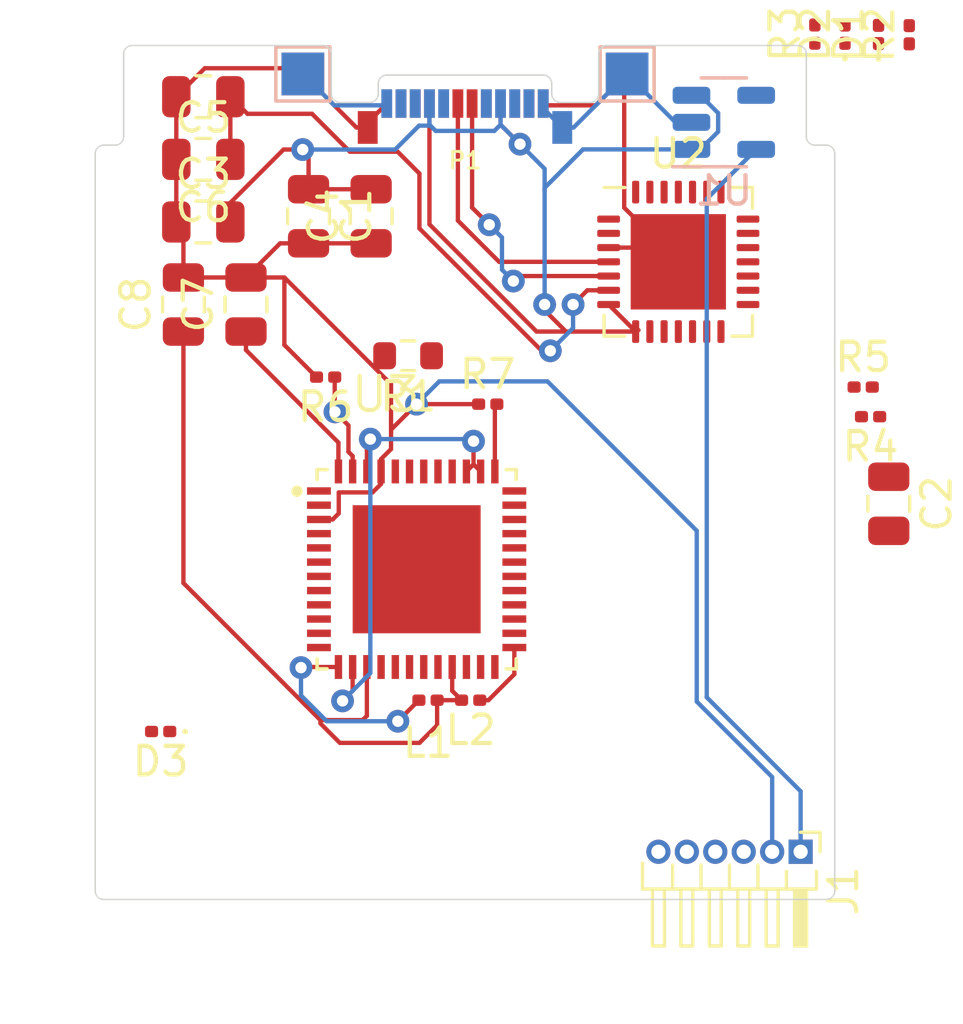
<source format=kicad_pcb>
(kicad_pcb (version 20211014) (generator pcbnew)
  (title_block (title "Expansion Card Template") (rev "X1") (company "Framework") (comment 1 "This work is licensed under a Creative Commons Attribution 4.0 International License") (comment 4 "https://frame.work"))
  (layers (0 "F.Cu" signal) (31 "B.Cu" signal) (34 "B.Paste" user) (35 "F.Paste" user) (36 "B.SilkS" user "B.Silkscreen") (37 "F.SilkS" user "F.Silkscreen") (38 "B.Mask" user) (39 "F.Mask" user) (44 "Edge.Cuts" user))
  (net 0 "")
  (net 1 "GND")
  (net 2 "+3V3")
  (net 3 "VBUS")
  (net 4 "Net-(P1-PadA5)")
  (net 11 "Net-(C5-Pad1)")
  (net 12 "Net-(R4-Pad2)")
  (net 13 "/D-")
  (net 14 "/D+")
  (net 15 "/~{DCD}")
  (net 16 "/~{RI}")
  (net 17 "/SUSPEND")
  (net 18 "/GPIO3")
  (net 19 "/GPIO2")
  (net 20 "/GPIO1")
  (net 21 "/GPIO0")
  (net 22 "/GPIO6")
  (net 23 "/GPIO5")
  (net 24 "/GPIO4")
  (net 25 "/~{CTS}")
  (net 26 "/~{RTS}")
  (net 27 "/RXD")
  (net 28 "/TXD")
  (net 29 "/~{DSR}")
  (net 30 "/~{DTR}")
  (net 31 "Net-(D1-Pad2)")
  (net 32 "Net-(D2-Pad2)")
  (net 33 "/~{SUSPEND}")
  (net 34 "Net-(D3-Pad2)")
  (net 35 "Net-(C7-Pad1)")
  (net 36 "Net-(U3-Pad21)")
  (net 37 "Net-(U3-Pad13)")
  (net 38 "Net-(U3-Pad25)")
  (net 39 "Net-(R6-Pad1)")
  (net 40 "Net-(U3-Pad37)")
  (net 41 "+3.3V")
  (footprint "Expansion_Card:USB_C_Plug_Molex_105444" (layer "F.Cu") (at 159.327793 83.262363)
    (fp_text reference "P1" (at 0 2.04) (layer "F.SilkS") (effects (font (size 0.5842 0.5842) (thickness 0.1016))))
    (fp_text value "USB_C_Plug_USB2.0")
    (fp_line (start 3.05 -0.66) (end 3.05 -0.3) (layer "Edge.Cuts") (width 0.05))
    (fp_line (start -3.05 -0.66) (end -3.05 -0.3) (layer "Edge.Cuts") (width 0.05))
    (fp_line (start -3.35 0) (end -4.3 0) (layer "Edge.Cuts") (width 0.05))
    (fp_line (start 3.35 0) (end 4.3 0) (layer "Edge.Cuts") (width 0.05))
    (fp_line (start -2.75 -0.96) (end 2.75 -0.96) (layer "Edge.Cuts") (width 0.05))
    (fp_arc (start 3.35 0) (mid 3.137868 -0.087868) (end 3.05 -0.3) (layer "Edge.Cuts") (width 0.05))
    (fp_arc (start -3.05 -0.3) (mid -3.137868 -0.087868) (end -3.35 0) (layer "Edge.Cuts") (width 0.05))
    (fp_arc (start -3.05 -0.66) (mid -2.962132 -0.872132) (end -2.75 -0.96) (layer "Edge.Cuts") (width 0.05))
    (fp_arc (start 2.75 -0.96) (mid 2.962132 -0.872132) (end 3.05 -0.66) (layer "Edge.Cuts") (width 0.05))
    (pad "A1" smd rect locked (at -2.75 0.04) (size 0.38 1) (layers "F.Cu" "F.Paste" "F.Mask") (net 1 "GND"))
    (pad "A2" smd rect locked (at -2.25 0.04) (size 0.38 1) (layers "F.Cu" "F.Paste" "F.Mask"))
    (pad "A3" smd rect locked (at -1.75 0.04) (size 0.38 1) (layers "F.Cu" "F.Paste" "F.Mask"))
    (pad "A4" smd rect locked (at -1.25 0.04) (size 0.38 1) (layers "F.Cu" "F.Paste" "F.Mask") (net 3 "VBUS"))
    (pad "A5" smd rect locked (at -0.75 0.04) (size 0.38 1) (layers "F.Cu" "F.Paste" "F.Mask") (net 4 "Net-(P1-PadA5)"))
    (pad "A6" smd rect locked (at -0.25 0.04) (size 0.38 1) (layers "F.Cu" "F.Paste" "F.Mask") (net 14 "/D+"))
    (pad "A7" smd rect locked (at 0.25 0.04) (size 0.38 1) (layers "F.Cu" "F.Paste" "F.Mask") (net 13 "/D-"))
    (pad "A8" smd rect locked (at 0.75 0.04) (size 0.38 1) (layers "F.Cu" "F.Paste" "F.Mask"))
    (pad "A9" smd rect locked (at 1.25 0.04) (size 0.38 1) (layers "F.Cu" "F.Paste" "F.Mask") (net 3 "VBUS"))
    (pad "A10" smd rect locked (at 1.75 0.04) (size 0.38 1) (layers "F.Cu" "F.Paste" "F.Mask"))
    (pad "A11" smd rect locked (at 2.25 0.04) (size 0.38 1) (layers "F.Cu" "F.Paste" "F.Mask"))
    (pad "A12" smd rect locked (at 2.75 0.04) (size 0.38 1) (layers "F.Cu" "F.Paste" "F.Mask") (net 1 "GND"))
    (pad "B1" smd rect locked (at 2.75 0.04) (size 0.38 1) (layers "B.Cu" "B.Paste" "B.Mask") (net 1 "GND"))
    (pad "B2" smd rect locked (at 2.25 0.04) (size 0.38 1) (layers "B.Cu" "B.Paste" "B.Mask"))
    (pad "B3" smd rect locked (at 1.75 0.04) (size 0.38 1) (layers "B.Cu" "B.Paste" "B.Mask"))
    (pad "B4" smd rect locked (at 1.25 0.04) (size 0.38 1) (layers "B.Cu" "B.Paste" "B.Mask") (net 3 "VBUS"))
    (pad "B5" smd rect locked (at 0.75 0.04) (size 0.38 1) (layers "B.Cu" "B.Paste" "B.Mask"))
    (pad "B8" smd rect locked (at -0.75 0.04) (size 0.38 1) (layers "B.Cu" "B.Paste" "B.Mask"))
    (pad "B9" smd rect locked (at -1.25 0.04) (size 0.38 1) (layers "B.Cu" "B.Paste" "B.Mask") (net 3 "VBUS"))
    (pad "B10" smd rect locked (at -1.75 0.04) (size 0.38 1) (layers "B.Cu" "B.Paste" "B.Mask"))
    (pad "B11" smd rect locked (at -2.25 0.04) (size 0.38 1) (layers "B.Cu" "B.Paste" "B.Mask"))
    (pad "B12" smd rect locked (at -2.75 0.04) (size 0.38 1) (layers "B.Cu" "B.Paste" "B.Mask") (net 1 "GND"))
    (pad "S1" smd rect locked (at 3.42 0.88) (size 0.7 1.15) (layers "B.Cu" "B.Paste" "B.Mask") (net 1 "GND"))
    (pad "S1" smd rect locked (at -3.42 0.88) (size 0.7 1.15) (layers "F.Cu" "F.Paste" "F.Mask") (net 1 "GND"))
  )
  (footprint "MountingHole:MountingHole_2.2mm_M2" (layer "F.Cu") (at 148.027793 100.762363)
    (fp_text reference "H1" hide)
    (fp_text value "MountingHole")
    (pad "" np_thru_hole circle locked (at 0 0) (size 2.2 2.2) (drill 2.2) (layers *.Cu *.Mask))
  )
  (footprint "MountingHole:MountingHole_2.2mm_M2" (layer "F.Cu") (at 170.627793 100.762363)
    (fp_text reference "H2" hide)
    (fp_text value "MountingHole")
    (pad "" np_thru_hole circle locked (at 0 0) (size 2.2 2.2) (drill 2.2) (layers *.Cu *.Mask))
  )
  (footprint "TestPoint:TestPoint_Pad_1.5x1.5mm" (layer "F.Cu") (at 153.627793 82.262363)
    (fp_text reference "TP1" hide)
    (fp_text value "TestPoint")
    (pad "1" smd rect locked (at 0 0) (size 1.5 1.5) (layers "F.Cu" "F.Mask") (net 1 "GND"))
  )
  (footprint "TestPoint:TestPoint_Pad_1.5x1.5mm" (layer "F.Cu") (at 165.027793 82.262363)
    (fp_text reference "TP3" hide)
    (fp_text value "TestPoint")
    (pad "1" smd rect locked (at 0 0) (size 1.5 1.5) (layers "F.Cu" "F.Mask") (net 1 "GND"))
  )
  (footprint "Capacitor_SMD:C_0805_2012Metric" (layer "F.Cu") (at 149.427793 90.362363 90)
    (fp_text reference "C8" (at 0 -1.68 90) (layer "F.SilkS"))
    (fp_text value "C")
    (pad "1" smd roundrect (at -0.95 0 90) (size 1 1.45) (layers "F.Cu" "F.Paste" "F.Mask") (net 36 "Net-(U3-Pad21)"))
    (pad "2" smd roundrect (at 0.95 0 90) (size 1 1.45) (layers "F.Cu" "F.Paste" "F.Mask") (net 1 "GND"))
  )
  (footprint "Diode_SMD:D_0201_0603Metric" (layer "F.Cu") (at 172.687793 80.864863 90)
    (fp_text reference "D2" (at 0 -1.05 90) (layer "F.SilkS"))
    (fp_text value "D")
    (pad "1" smd roundrect (at -0.32 0 90) (size 0.46 0.4) (layers "F.Cu" "F.Mask") (net 28 "/TXD"))
    (pad "2" smd roundrect (at 0.32 0 90) (size 0.46 0.4) (layers "F.Cu" "F.Mask") (net 32 "Net-(D2-Pad2)"))
  )
  (footprint "Resistor_SMD:R_0603_1608Metric" (layer "F.Cu") (at 157.327793 92.162363 180)
    (fp_text reference "R1" (at 0 -1.43) (layer "F.SilkS"))
    (fp_text value "5.1k")
    (pad "1" smd roundrect (at -0.825 0 180) (size 0.8 0.95) (layers "F.Cu" "F.Paste" "F.Mask") (net 4 "Net-(P1-PadA5)"))
    (pad "2" smd roundrect (at 0.825 0 180) (size 0.8 0.95) (layers "F.Cu" "F.Paste" "F.Mask") (net 1 "GND"))
  )
  (footprint "Capacitor_SMD:C_0805_2012Metric" (layer "F.Cu") (at 150.127793 83.062363 180)
    (fp_text reference "C5" (at 0 -0.735) (layer "F.SilkS"))
    (fp_text value "0.1uF")
    (pad "1" smd roundrect (at -0.95 0 180) (size 1 1.45) (layers "F.Cu" "F.Paste" "F.Mask") (net 11 "Net-(C5-Pad1)"))
    (pad "2" smd roundrect (at 0.95 0 180) (size 1 1.45) (layers "F.Cu" "F.Paste" "F.Mask") (net 1 "GND"))
  )
  (footprint "Package_DFN_QFN:QFN-28-1EP_5x5mm_P0.5mm_EP3.35x3.35mm" (layer "F.Cu") (at 166.827793 88.862363)
    (fp_text reference "U2" (at 0 -3.8) (layer "F.SilkS"))
    (fp_text value "CP2102N-Axx-xQFN28")
    (pad "1" smd roundrect (at -2.45 -1.5) (size 0.8 0.25) (layers "F.Cu" "F.Paste" "F.Mask") (net 15 "/~{DCD}"))
    (pad "2" smd roundrect (at -2.45 -1) (size 0.8 0.25) (layers "F.Cu" "F.Paste" "F.Mask") (net 16 "/~{RI}"))
    (pad "3" smd roundrect (at -2.45 -0.5) (size 0.8 0.25) (layers "F.Cu" "F.Paste" "F.Mask") (net 1 "GND"))
    (pad "4" smd roundrect (at -2.45 0) (size 0.8 0.25) (layers "F.Cu" "F.Paste" "F.Mask") (net 14 "/D+"))
    (pad "5" smd roundrect (at -2.45 0.5) (size 0.8 0.25) (layers "F.Cu" "F.Paste" "F.Mask") (net 13 "/D-"))
    (pad "6" smd roundrect (at -2.45 1) (size 0.8 0.25) (layers "F.Cu" "F.Paste" "F.Mask") (net 11 "Net-(C5-Pad1)"))
    (pad "7" smd roundrect (at -2.45 1.5) (size 0.8 0.25) (layers "F.Cu" "F.Paste" "F.Mask") (net 3 "VBUS"))
    (pad "8" smd roundrect (at -1.5 2.45) (size 0.25 0.8) (layers "F.Cu" "F.Paste" "F.Mask") (net 3 "VBUS"))
    (pad "9" smd roundrect (at -1 2.45) (size 0.25 0.8) (layers "F.Cu" "F.Paste" "F.Mask") (net 12 "Net-(R4-Pad2)"))
    (pad "10" smd roundrect (at -0.5 2.45) (size 0.25 0.8) (layers "F.Cu" "F.Paste" "F.Mask"))
    (pad "11" smd roundrect (at 0 2.45) (size 0.25 0.8) (layers "F.Cu" "F.Paste" "F.Mask") (net 33 "/~{SUSPEND}"))
    (pad "12" smd roundrect (at 0.5 2.45) (size 0.25 0.8) (layers "F.Cu" "F.Paste" "F.Mask") (net 17 "/SUSPEND"))
    (pad "13" smd roundrect (at 1 2.45) (size 0.25 0.8) (layers "F.Cu" "F.Paste" "F.Mask"))
    (pad "14" smd roundrect (at 1.5 2.45) (size 0.25 0.8) (layers "F.Cu" "F.Paste" "F.Mask"))
    (pad "15" smd roundrect (at 2.45 1.5) (size 0.8 0.25) (layers "F.Cu" "F.Paste" "F.Mask"))
    (pad "16" smd roundrect (at 2.45 1) (size 0.8 0.25) (layers "F.Cu" "F.Paste" "F.Mask") (net 18 "/GPIO3"))
    (pad "17" smd roundrect (at 2.45 0.5) (size 0.8 0.25) (layers "F.Cu" "F.Paste" "F.Mask") (net 19 "/GPIO2"))
    (pad "18" smd roundrect (at 2.45 0) (size 0.8 0.25) (layers "F.Cu" "F.Paste" "F.Mask") (net 20 "/GPIO1"))
    (pad "19" smd roundrect (at 2.45 -0.5) (size 0.8 0.25) (layers "F.Cu" "F.Paste" "F.Mask") (net 21 "/GPIO0"))
    (pad "20" smd roundrect (at 2.45 -1) (size 0.8 0.25) (layers "F.Cu" "F.Paste" "F.Mask") (net 22 "/GPIO6"))
    (pad "21" smd roundrect (at 2.45 -1.5) (size 0.8 0.25) (layers "F.Cu" "F.Paste" "F.Mask") (net 23 "/GPIO5"))
    (pad "22" smd roundrect (at 1.5 -2.45) (size 0.25 0.8) (layers "F.Cu" "F.Paste" "F.Mask") (net 24 "/GPIO4"))
    (pad "23" smd roundrect (at 1 -2.45) (size 0.25 0.8) (layers "F.Cu" "F.Paste" "F.Mask") (net 25 "/~{CTS}"))
    (pad "24" smd roundrect (at 0.5 -2.45) (size 0.25 0.8) (layers "F.Cu" "F.Paste" "F.Mask") (net 26 "/~{RTS}"))
    (pad "25" smd roundrect (at 0 -2.45) (size 0.25 0.8) (layers "F.Cu" "F.Paste" "F.Mask") (net 27 "/RXD"))
    (pad "26" smd roundrect (at -0.5 -2.45) (size 0.25 0.8) (layers "F.Cu" "F.Paste" "F.Mask") (net 28 "/TXD"))
    (pad "27" smd roundrect (at -1 -2.45) (size 0.25 0.8) (layers "F.Cu" "F.Paste" "F.Mask") (net 29 "/~{DSR}"))
    (pad "28" smd roundrect (at -1.5 -2.45) (size 0.25 0.8) (layers "F.Cu" "F.Paste" "F.Mask") (net 30 "/~{DTR}"))
    (pad "29" smd rect (at 0 0) (size 3.35 3.35) (layers "F.Cu" "F.Mask") (net 1 "GND"))
  )
  (footprint "Resistor_SMD:R_0201_0603Metric" (layer "F.Cu") (at 173.587793 94.302363 180)
    (fp_text reference "R4" (at 0 -1.05) (layer "F.SilkS"))
    (fp_text value "10K")
    (pad "1" smd roundrect (at -0.32 0 180) (size 0.46 0.4) (layers "F.Cu" "F.Mask") (net 2 "+3V3"))
    (pad "2" smd roundrect (at 0.32 0 180) (size 0.46 0.4) (layers "F.Cu" "F.Mask") (net 12 "Net-(R4-Pad2)"))
  )
  (footprint "Inductor_SMD:L_0201_0603Metric" (layer "F.Cu") (at 159.527793 104.262363 180)
    (fp_text reference "L2" (at 0 -1.05) (layer "F.SilkS"))
    (fp_text value "L")
    (pad "1" smd roundrect (at -0.32 0 180) (size 0.46 0.4) (layers "F.Cu" "F.Mask") (net 38 "Net-(U3-Pad25)"))
    (pad "2" smd roundrect (at 0.32 0 180) (size 0.46 0.4) (layers "F.Cu" "F.Mask") (net 36 "Net-(U3-Pad21)"))
  )
  (footprint "Downloads:QFN50P700X700X90-49N" (layer "F.Cu") (at 157.627793 99.662363)
    (fp_text reference "U3" (at -1.088035 -6.140605) (layer "F.SilkS") (effects (font (size 1.201173 1.201173))))
    (fp_text value "LAN7800-I/VSX_")
    (pad "1" smd roundrect locked (at -3.435 -2.75) (size 0.84 0.26) (layers "F.Cu" "F.Paste" "F.Mask") (roundrect_rratio 0.03))
    (pad "2" smd roundrect locked (at -3.435 -2.25) (size 0.84 0.26) (layers "F.Cu" "F.Paste" "F.Mask") (roundrect_rratio 0.03))
    (pad "3" smd roundrect locked (at -3.435 -1.75) (size 0.84 0.26) (layers "F.Cu" "F.Paste" "F.Mask") (roundrect_rratio 0.03) (net 1 "GND"))
    (pad "4" smd roundrect locked (at -3.435 -1.25) (size 0.84 0.26) (layers "F.Cu" "F.Paste" "F.Mask") (roundrect_rratio 0.03))
    (pad "5" smd roundrect locked (at -3.435 -0.75) (size 0.84 0.26) (layers "F.Cu" "F.Paste" "F.Mask") (roundrect_rratio 0.03))
    (pad "6" smd roundrect locked (at -3.435 -0.25) (size 0.84 0.26) (layers "F.Cu" "F.Paste" "F.Mask") (roundrect_rratio 0.03))
    (pad "7" smd roundrect locked (at -3.435 0.25) (size 0.84 0.26) (layers "F.Cu" "F.Paste" "F.Mask") (roundrect_rratio 0.03))
    (pad "8" smd roundrect locked (at -3.435 0.75) (size 0.84 0.26) (layers "F.Cu" "F.Paste" "F.Mask") (roundrect_rratio 0.03))
    (pad "9" smd roundrect locked (at -3.435 1.25) (size 0.84 0.26) (layers "F.Cu" "F.Paste" "F.Mask") (roundrect_rratio 0.03))
    (pad "10" smd roundrect locked (at -3.435 1.75) (size 0.84 0.26) (layers "F.Cu" "F.Paste" "F.Mask") (roundrect_rratio 0.03))
    (pad "11" smd roundrect locked (at -3.435 2.25) (size 0.84 0.26) (layers "F.Cu" "F.Paste" "F.Mask") (roundrect_rratio 0.03))
    (pad "12" smd roundrect locked (at -3.435 2.75) (size 0.84 0.26) (layers "F.Cu" "F.Paste" "F.Mask") (roundrect_rratio 0.03))
    (pad "13" smd roundrect locked (at -2.75 3.435 90) (size 0.84 0.26) (layers "F.Cu" "F.Paste" "F.Mask") (roundrect_rratio 0.03) (net 37 "Net-(U3-Pad13)"))
    (pad "14" smd roundrect locked (at -2.25 3.435 90) (size 0.84 0.26) (layers "F.Cu" "F.Paste" "F.Mask") (roundrect_rratio 0.03) (net 41 "+3.3V"))
    (pad "15" smd roundrect locked (at -1.75 3.435 90) (size 0.84 0.26) (layers "F.Cu" "F.Paste" "F.Mask") (roundrect_rratio 0.03) (net 36 "Net-(U3-Pad21)"))
    (pad "16" smd roundrect locked (at -1.25 3.435 90) (size 0.84 0.26) (layers "F.Cu" "F.Paste" "F.Mask") (roundrect_rratio 0.03))
    (pad "17" smd roundrect locked (at -0.75 3.435 90) (size 0.84 0.26) (layers "F.Cu" "F.Paste" "F.Mask") (roundrect_rratio 0.03))
    (pad "18" smd roundrect locked (at -0.25 3.435 90) (size 0.84 0.26) (layers "F.Cu" "F.Paste" "F.Mask") (roundrect_rratio 0.03))
    (pad "19" smd roundrect locked (at 0.25 3.435 90) (size 0.84 0.26) (layers "F.Cu" "F.Paste" "F.Mask") (roundrect_rratio 0.03))
    (pad "20" smd roundrect locked (at 0.75 3.435 90) (size 0.84 0.26) (layers "F.Cu" "F.Paste" "F.Mask") (roundrect_rratio 0.03))
    (pad "21" smd roundrect locked (at 1.25 3.435 90) (size 0.84 0.26) (layers "F.Cu" "F.Paste" "F.Mask") (roundrect_rratio 0.03) (net 36 "Net-(U3-Pad21)"))
    (pad "22" smd roundrect locked (at 1.75 3.435 90) (size 0.84 0.26) (layers "F.Cu" "F.Paste" "F.Mask") (roundrect_rratio 0.03))
    (pad "23" smd roundrect locked (at 2.25 3.435 90) (size 0.84 0.26) (layers "F.Cu" "F.Paste" "F.Mask") (roundrect_rratio 0.03))
    (pad "24" smd roundrect locked (at 2.75 3.435 90) (size 0.84 0.26) (layers "F.Cu" "F.Paste" "F.Mask") (roundrect_rratio 0.03))
    (pad "25" smd roundrect locked (at 3.435 2.75) (size 0.84 0.26) (layers "F.Cu" "F.Paste" "F.Mask") (roundrect_rratio 0.03) (net 38 "Net-(U3-Pad25)"))
    (pad "26" smd roundrect locked (at 3.435 2.25) (size 0.84 0.26) (layers "F.Cu" "F.Paste" "F.Mask") (roundrect_rratio 0.03))
    (pad "27" smd roundrect locked (at 3.435 1.75) (size 0.84 0.26) (layers "F.Cu" "F.Paste" "F.Mask") (roundrect_rratio 0.03))
    (pad "28" smd roundrect locked (at 3.435 1.25) (size 0.84 0.26) (layers "F.Cu" "F.Paste" "F.Mask") (roundrect_rratio 0.03))
    (pad "29" smd roundrect locked (at 3.435 0.75) (size 0.84 0.26) (layers "F.Cu" "F.Paste" "F.Mask") (roundrect_rratio 0.03))
    (pad "30" smd roundrect locked (at 3.435 0.25) (size 0.84 0.26) (layers "F.Cu" "F.Paste" "F.Mask") (roundrect_rratio 0.03))
    (pad "31" smd roundrect locked (at 3.435 -0.25) (size 0.84 0.26) (layers "F.Cu" "F.Paste" "F.Mask") (roundrect_rratio 0.03))
    (pad "32" smd roundrect locked (at 3.435 -0.75) (size 0.84 0.26) (layers "F.Cu" "F.Paste" "F.Mask") (roundrect_rratio 0.03))
    (pad "33" smd roundrect locked (at 3.435 -1.25) (size 0.84 0.26) (layers "F.Cu" "F.Paste" "F.Mask") (roundrect_rratio 0.03))
    (pad "34" smd roundrect locked (at 3.435 -1.75) (size 0.84 0.26) (layers "F.Cu" "F.Paste" "F.Mask") (roundrect_rratio 0.03))
    (pad "35" smd roundrect locked (at 3.435 -2.25) (size 0.84 0.26) (layers "F.Cu" "F.Paste" "F.Mask") (roundrect_rratio 0.03))
    (pad "36" smd roundrect locked (at 3.435 -2.75) (size 0.84 0.26) (layers "F.Cu" "F.Paste" "F.Mask") (roundrect_rratio 0.03))
    (pad "37" smd roundrect locked (at 2.75 -3.435 90) (size 0.84 0.26) (layers "F.Cu" "F.Paste" "F.Mask") (roundrect_rratio 0.03) (net 40 "Net-(U3-Pad37)"))
    (pad "38" smd roundrect locked (at 2.25 -3.435 90) (size 0.84 0.26) (layers "F.Cu" "F.Paste" "F.Mask") (roundrect_rratio 0.03) (net 41 "+3.3V"))
    (pad "39" smd roundrect locked (at 1.75 -3.435 90) (size 0.84 0.26) (layers "F.Cu" "F.Paste" "F.Mask") (roundrect_rratio 0.03) (net 41 "+3.3V"))
    (pad "40" smd roundrect locked (at 1.25 -3.435 90) (size 0.84 0.26) (layers "F.Cu" "F.Paste" "F.Mask") (roundrect_rratio 0.03))
    (pad "41" smd roundrect locked (at 0.75 -3.435 90) (size 0.84 0.26) (layers "F.Cu" "F.Paste" "F.Mask") (roundrect_rratio 0.03))
    (pad "42" smd roundrect locked (at 0.25 -3.435 90) (size 0.84 0.26) (layers "F.Cu" "F.Paste" "F.Mask") (roundrect_rratio 0.03))
    (pad "43" smd roundrect locked (at -0.25 -3.435 90) (size 0.84 0.26) (layers "F.Cu" "F.Paste" "F.Mask") (roundrect_rratio 0.03))
    (pad "44" smd roundrect locked (at -0.75 -3.435 90) (size 0.84 0.26) (layers "F.Cu" "F.Paste" "F.Mask") (roundrect_rratio 0.03))
    (pad "45" smd roundrect locked (at -1.25 -3.435 90) (size 0.84 0.26) (layers "F.Cu" "F.Paste" "F.Mask") (roundrect_rratio 0.03) (net 1 "GND"))
    (pad "46" smd roundrect locked (at -1.75 -3.435 90) (size 0.84 0.26) (layers "F.Cu" "F.Paste" "F.Mask") (roundrect_rratio 0.03) (net 41 "+3.3V"))
    (pad "47" smd roundrect locked (at -2.25 -3.435 90) (size 0.84 0.26) (layers "F.Cu" "F.Paste" "F.Mask") (roundrect_rratio 0.03) (net 39 "Net-(R6-Pad1)"))
    (pad "48" smd roundrect locked (at -2.75 -3.435 90) (size 0.84 0.26) (layers "F.Cu" "F.Paste" "F.Mask") (roundrect_rratio 0.03) (net 35 "Net-(C7-Pad1)"))
    (pad "49" smd rect locked (at 0 0) (size 4.5 4.5) (layers "F.Cu" "F.Mask"))
  )
  (footprint "Resistor_SMD:R_0201_0603Metric" (layer "F.Cu") (at 160.127793 93.862363)
    (fp_text reference "R7" (at 0 -1.05) (layer "F.SilkS"))
    (fp_text value "12K")
    (pad "1" smd roundrect (at -0.32 0) (size 0.46 0.4) (layers "F.Cu" "F.Mask") (net 1 "GND"))
    (pad "2" smd roundrect (at 0.32 0) (size 0.46 0.4) (layers "F.Cu" "F.Mask") (net 40 "Net-(U3-Pad37)"))
  )
  (footprint "Inductor_SMD:L_0201_0603Metric" (layer "F.Cu") (at 158.027793 104.262363 180)
    (fp_text reference "L1" (at 0 -1.5) (layer "F.SilkS"))
    (fp_text value "H")
    (pad "1" smd roundrect (at -0.32 0 180) (size 0.46 0.4) (layers "F.Cu" "F.Mask") (net 36 "Net-(U3-Pad21)"))
    (pad "2" smd roundrect (at 0.32 0 180) (size 0.46 0.4) (layers "F.Cu" "F.Mask") (net 37 "Net-(U3-Pad13)"))
  )
  (footprint "Resistor_SMD:R_0201_0603Metric" (layer "F.Cu") (at 173.327793 93.262363)
    (fp_text reference "R5" (at 0 -1.05) (layer "F.SilkS"))
    (fp_text value "10K")
    (pad "1" smd roundrect (at -0.32 0) (size 0.46 0.4) (layers "F.Cu" "F.Mask") (net 33 "/~{SUSPEND}"))
    (pad "2" smd roundrect (at 0.32 0) (size 0.46 0.4) (layers "F.Cu" "F.Mask") (net 34 "Net-(D3-Pad2)"))
  )
  (footprint "Capacitor_SMD:C_0805_2012Metric" (layer "F.Cu") (at 150.127793 85.262363 180)
    (fp_text reference "C6" (at 0 -1.68) (layer "F.SilkS"))
    (fp_text value "4.7uF")
    (pad "1" smd roundrect (at -0.95 0 180) (size 1 1.45) (layers "F.Cu" "F.Paste" "F.Mask") (net 11 "Net-(C5-Pad1)"))
    (pad "2" smd roundrect (at 0.95 0 180) (size 1 1.45) (layers "F.Cu" "F.Paste" "F.Mask") (net 1 "GND"))
  )
  (footprint "Capacitor_SMD:C_0805_2012Metric" (layer "F.Cu") (at 153.827793 87.262363 -90)
    (fp_text reference "C1" (at 0 -1.68 90) (layer "F.SilkS"))
    (fp_text value "10uF")
    (pad "1" smd roundrect (at -0.95 0 270) (size 1 1.45) (layers "F.Cu" "F.Paste" "F.Mask") (net 3 "VBUS"))
    (pad "2" smd roundrect (at 0.95 0 270) (size 1 1.45) (layers "F.Cu" "F.Paste" "F.Mask") (net 1 "GND"))
  )
  (footprint "Resistor_SMD:R_0201_0603Metric" (layer "F.Cu") (at 154.427793 92.912363 180)
    (fp_text reference "R6" (at 0 -1.05) (layer "F.SilkS"))
    (fp_text value "2K")
    (pad "1" smd roundrect (at -0.32 0 180) (size 0.46 0.4) (layers "F.Cu" "F.Mask") (net 39 "Net-(R6-Pad1)"))
    (pad "2" smd roundrect (at 0.32 0 180) (size 0.46 0.4) (layers "F.Cu" "F.Mask") (net 1 "GND"))
  )
  (footprint "Diode_SMD:D_0201_0603Metric" (layer "F.Cu") (at 173.867793 80.874863 90)
    (fp_text reference "D1" (at 0 -1.05 90) (layer "F.SilkS"))
    (fp_text value "D")
    (pad "1" smd roundrect (at -0.32 0 90) (size 0.46 0.4) (layers "F.Cu" "F.Mask") (net 27 "/RXD"))
    (pad "2" smd roundrect (at 0.32 0 90) (size 0.46 0.4) (layers "F.Cu" "F.Mask") (net 31 "Net-(D1-Pad2)"))
  )
  (footprint "Capacitor_SMD:C_0805_2012Metric" (layer "F.Cu") (at 151.627793 90.362363 90)
    (fp_text reference "C7" (at 0 -1.68 90) (layer "F.SilkS"))
    (fp_text value "1uF")
    (pad "1" smd roundrect (at -0.95 0 90) (size 1 1.45) (layers "F.Cu" "F.Paste" "F.Mask") (net 35 "Net-(C7-Pad1)"))
    (pad "2" smd roundrect (at 0.95 0 90) (size 1 1.45) (layers "F.Cu" "F.Paste" "F.Mask") (net 1 "GND"))
  )
  (footprint "Connector_PinHeader_1.00mm:PinHeader_1x06_P1.00mm_Horizontal" (layer "F.Cu") (at 171.127793 109.587363 -90)
    (fp_text reference "J1" (at 1.375 -1.5 90) (layer "F.SilkS"))
    (fp_text value "Conn_01x06")
    (pad "1" thru_hole rect (at 0 0 270) (size 0.85 0.85) (drill 0.5) (layers *.Cu *.Mask) (net 2 "+3V3"))
    (pad "2" thru_hole oval (at 0 1 270) (size 0.85 0.85) (drill 0.5) (layers *.Cu *.Mask) (net 1 "GND"))
    (pad "3" thru_hole oval (at 0 2 270) (size 0.85 0.85) (drill 0.5) (layers *.Cu *.Mask) (net 28 "/TXD"))
    (pad "4" thru_hole oval (at 0 3 270) (size 0.85 0.85) (drill 0.5) (layers *.Cu *.Mask) (net 27 "/RXD"))
    (pad "5" thru_hole oval (at 0 4 270) (size 0.85 0.85) (drill 0.5) (layers *.Cu *.Mask) (net 25 "/~{CTS}"))
    (pad "6" thru_hole oval (at 0 5 270) (size 0.85 0.85) (drill 0.5) (layers *.Cu *.Mask) (net 26 "/~{RTS}"))
  )
  (footprint "Resistor_SMD:R_0201_0603Metric" (layer "F.Cu") (at 174.947793 80.884863 90)
    (fp_text reference "R2" (at 0 -1.05 90) (layer "F.SilkS"))
    (fp_text value "1K")
    (pad "1" smd roundrect (at -0.32 0 90) (size 0.46 0.4) (layers "F.Cu" "F.Mask") (net 1 "GND"))
    (pad "2" smd roundrect (at 0.32 0 90) (size 0.46 0.4) (layers "F.Cu" "F.Mask") (net 31 "Net-(D1-Pad2)"))
  )
  (footprint "Resistor_SMD:R_0201_0603Metric" (layer "F.Cu") (at 171.627793 80.862363 90)
    (fp_text reference "R3" (at 0 -1.05 90) (layer "F.SilkS"))
    (fp_text value "1K")
    (pad "1" smd roundrect (at -0.32 0 90) (size 0.46 0.4) (layers "F.Cu" "F.Mask") (net 1 "GND"))
    (pad "2" smd roundrect (at 0.32 0 90) (size 0.46 0.4) (layers "F.Cu" "F.Mask") (net 32 "Net-(D2-Pad2)"))
  )
  (footprint "LED_SMD:LED_0201_0603Metric" (layer "F.Cu") (at 148.627793 105.362363 180)
    (fp_text reference "D3" (at 0 -1.05) (layer "F.SilkS"))
    (fp_text value "Green")
    (pad "1" smd roundrect (at -0.32 0 180) (size 0.46 0.4) (layers "F.Cu" "F.Mask") (net 1 "GND"))
    (pad "2" smd roundrect (at 0.32 0 180) (size 0.46 0.4) (layers "F.Cu" "F.Mask") (net 34 "Net-(D3-Pad2)"))
  )
  (footprint "Capacitor_SMD:C_0805_2012Metric" (layer "F.Cu") (at 174.227793 97.362363 -90)
    (fp_text reference "C2" (at 0 -1.68 90) (layer "F.SilkS"))
    (fp_text value "10uF")
    (pad "1" smd roundrect (at -0.95 0 270) (size 1 1.45) (layers "F.Cu" "F.Paste" "F.Mask") (net 2 "+3V3"))
    (pad "2" smd roundrect (at 0.95 0 270) (size 1 1.45) (layers "F.Cu" "F.Paste" "F.Mask") (net 1 "GND"))
  )
  (footprint "Capacitor_SMD:C_0805_2012Metric" (layer "F.Cu") (at 156.027793 87.262363 90)
    (fp_text reference "C4" (at 0 -1.68 90) (layer "F.SilkS"))
    (fp_text value "C")
    (pad "1" smd roundrect (at -0.95 0 90) (size 1 1.45) (layers "F.Cu" "F.Paste" "F.Mask") (net 1 "GND"))
    (pad "2" smd roundrect (at 0.95 0 90) (size 1 1.45) (layers "F.Cu" "F.Paste" "F.Mask") (net 3 "VBUS"))
  )
  (footprint "Capacitor_SMD:C_0805_2012Metric" (layer "F.Cu") (at 150.127793 87.462363)
    (fp_text reference "C3" (at 0 -1.68) (layer "F.SilkS"))
    (fp_text value "C")
    (pad "1" smd roundrect (at -0.95 0) (size 1 1.45) (layers "F.Cu" "F.Paste" "F.Mask") (net 1 "GND"))
    (pad "2" smd roundrect (at 0.95 0) (size 1 1.45) (layers "F.Cu" "F.Paste" "F.Mask") (net 3 "VBUS"))
  )
  (footprint "TestPoint:TestPoint_Pad_1.5x1.5mm" (layer "B.Cu") (at 153.627793 82.262363)
    (fp_text reference "TP2" hide)
    (fp_text value "TestPoint")
    (pad "1" smd rect locked (at 0 0) (size 1.5 1.5) (layers "B.Cu" "B.Mask") (net 1 "GND"))
  )
  (footprint "TestPoint:TestPoint_Pad_1.5x1.5mm" (layer "B.Cu") (at 165.027793 82.262363)
    (fp_text reference "TP4" hide)
    (fp_text value "TestPoint")
    (pad "1" smd rect locked (at 0 0) (size 1.5 1.5) (layers "B.Cu" "B.Mask") (net 1 "GND"))
  )
  (footprint "Package_TO_SOT_SMD:SOT-23-5" (layer "B.Cu") (at 168.427793 83.962363)
    (fp_text reference "U1" (at 0 2.4) (layer "B.SilkS") (effects (justify mirror)))
    (fp_text value "AP2112K-3.3")
    (pad "1" smd roundrect (at -1.1375 0.95) (size 1.325 0.6) (layers "B.Cu" "B.Paste" "B.Mask") (net 3 "VBUS"))
    (pad "2" smd roundrect (at -1.1375 0) (size 1.325 0.6) (layers "B.Cu" "B.Paste" "B.Mask") (net 1 "GND"))
    (pad "3" smd roundrect (at -1.1375 -0.95) (size 1.325 0.6) (layers "B.Cu" "B.Paste" "B.Mask") (net 3 "VBUS"))
    (pad "4" smd roundrect (at 1.1375 -0.95) (size 1.325 0.6) (layers "B.Cu" "B.Paste" "B.Mask"))
    (pad "5" smd roundrect (at 1.1375 0.95) (size 1.325 0.6) (layers "B.Cu" "B.Paste" "B.Mask") (net 2 "+3V3"))
  )
  (gr_line locked (start 172.327793 85.062363) (end 172.327793 110.962363) (layer "Edge.Cuts") (width 0.05))
  (gr_line locked (start 146.627793 111.262363) (end 172.027793 111.262363) (layer "Edge.Cuts") (width 0.05))
  (gr_arc locked (start 164.027793 82.962363) (mid 163.939925 83.174495) (end 163.727793 83.262363) (layer "Edge.Cuts") (width 0.05))
  (gr_arc locked (start 154.327793 81.262363) (mid 154.539925 81.350231) (end 154.627793 81.562363) (layer "Edge.Cuts") (width 0.05))
  (gr_line locked (start 164.027793 82.962363) (end 164.027793 81.562363) (layer "Edge.Cuts") (width 0.05))
  (gr_arc locked (start 164.027793 81.562363) (mid 164.115661 81.350231) (end 164.327793 81.262363) (layer "Edge.Cuts") (width 0.05))
  (gr_line locked (start 154.327793 81.262363) (end 147.627793 81.262363) (layer "Edge.Cuts") (width 0.05))
  (gr_line locked (start 164.327793 81.262363) (end 171.027793 81.262363) (layer "Edge.Cuts") (width 0.05))
  (gr_arc locked (start 146.627793 111.262363) (mid 146.415661 111.174495) (end 146.327793 110.962363) (layer "Edge.Cuts") (width 0.05))
  (gr_line locked (start 163.627793 83.262363) (end 163.727793 83.262363) (layer "Edge.Cuts") (width 0.05))
  (gr_arc locked (start 147.327793 81.562363) (mid 147.415661 81.350231) (end 147.627793 81.262363) (layer "Edge.Cuts") (width 0.05))
  (gr_line locked (start 147.327793 84.462363) (end 147.327793 81.562363) (layer "Edge.Cuts") (width 0.05))
  (gr_arc locked (start 147.327793 84.462363) (mid 147.239925 84.674495) (end 147.027793 84.762363) (layer "Edge.Cuts") (width 0.05))
  (gr_arc locked (start 146.327793 85.062363) (mid 146.415661 84.850231) (end 146.627793 84.762363) (layer "Edge.Cuts") (width 0.05))
  (gr_line locked (start 146.627793 84.762363) (end 147.027793 84.762363) (layer "Edge.Cuts") (width 0.05))
  (gr_line locked (start 171.327793 84.462363) (end 171.327793 81.562363) (layer "Edge.Cuts") (width 0.05))
  (gr_arc locked (start 172.027793 84.762363) (mid 172.239925 84.850231) (end 172.327793 85.062363) (layer "Edge.Cuts") (width 0.05))
  (gr_arc locked (start 171.627793 84.762363) (mid 171.415661 84.674495) (end 171.327793 84.462363) (layer "Edge.Cuts") (width 0.05))
  (gr_line locked (start 171.627793 84.762363) (end 172.027793 84.762363) (layer "Edge.Cuts") (width 0.05))
  (gr_line locked (start 146.327793 85.062363) (end 146.327793 110.962363) (layer "Edge.Cuts") (width 0.05))
  (gr_arc locked (start 154.927793 83.262363) (mid 154.715661 83.174495) (end 154.627793 82.962363) (layer "Edge.Cuts") (width 0.05))
  (gr_arc locked (start 171.027793 81.262363) (mid 171.239925 81.350231) (end 171.327793 81.562363) (layer "Edge.Cuts") (width 0.05))
  (gr_line locked (start 154.927793 83.262363) (end 155.027793 83.262363) (layer "Edge.Cuts") (width 0.05))
  (gr_arc locked (start 172.327793 110.962363) (mid 172.239925 111.174495) (end 172.027793 111.262363) (layer "Edge.Cuts") (width 0.05))
  (gr_line locked (start 154.627793 82.962363) (end 154.627793 81.562363) (layer "Edge.Cuts") (width 0.05))
  (segment (start 156.027793 88.212363) (end 153.827793 88.212363) (width 0.1524) (layer "F.Cu") (net 1))
  (segment (start 156.07883 96.962363) (end 154.888993 96.962363) (width 0.1524) (layer "F.Cu") (net 1))
  (segment (start 156.377793 96.227363) (end 156.377793 96.6634) (width 0.1524) (layer "F.Cu") (net 1))
  (segment (start 156.727793 94.758471) (end 156.727793 94.862363) (width 0.1524) (layer "F.Cu") (net 1))
  (segment (start 156.727793 93.162363) (end 156.727793 94.862363) (width 0.1524) (layer "F.Cu") (net 1))
  (segment (start 155.907793 84.142363) (end 155.907793 83.972363) (width 0.1524) (layer "F.Cu") (net 1))
  (segment (start 149.427793 87.712363) (end 149.177793 87.462363) (width 0.1524) (layer "F.Cu") (net 1))
  (segment (start 164.377793 88.362363) (end 166.327793 88.362363) (width 0.1524) (layer "F.Cu") (net 1))
  (segment (start 155.507793 84.142363) (end 153.627793 82.262363) (width 0.1524) (layer "F.Cu") (net 1))
  (segment (start 163.925499 83.364657) (end 162.140087 83.364657) (width 0.1524) (layer "F.Cu") (net 1))
  (segment (start 149.177793 87.462363) (end 149.54883 87.462363) (width 0.1524) (layer "F.Cu") (net 1))
  (segment (start 152.827793 88.212363) (end 151.627793 89.412363) (width 0.1524) (layer "F.Cu") (net 1))
  (segment (start 152.977793 89.412363) (end 156.727793 93.162363) (width 0.1524) (layer "F.Cu") (net 1))
  (segment (start 154.677793 97.912363) (end 154.192793 97.912363) (width 0.1524) (layer "F.Cu") (net 1))
  (segment (start 156.377793 96.6634) (end 156.07883 96.962363) (width 0.1524) (layer "F.Cu") (net 1))
  (segment (start 153.627793 82.262363) (end 153.426593 82.061163) (width 0.1524) (layer "F.Cu") (net 1))
  (segment (start 159.807793 93.862363) (end 157.623901 93.862363) (width 0.1524) (layer "F.Cu") (net 1))
  (segment (start 164.926593 82.363563) (end 165.027793 82.262363) (width 0.1524) (layer "F.Cu") (net 1))
  (segment (start 156.727793 95.441326) (end 156.377793 95.791326) (width 0.1524) (layer "F.Cu") (net 1))
  (segment (start 153.426593 82.061163) (end 150.178993 82.061163) (width 0.1524) (layer "F.Cu") (net 1))
  (segment (start 154.888993 97.701163) (end 154.677793 97.912363) (width 0.1524) (layer "F.Cu") (net 1))
  (segment (start 162.140087 83.364657) (end 162.077793 83.302363) (width 0.1524) (layer "F.Cu") (net 1))
  (segment (start 149.177793 83.062363) (end 149.177793 85.262363) (width 0.1524) (layer "F.Cu") (net 1))
  (segment (start 153.827793 88.212363) (end 152.827793 88.212363) (width 0.1524) (layer "F.Cu") (net 1))
  (segment (start 152.977793 91.782363) (end 152.977793 89.412363) (width 0.1524) (layer "F.Cu") (net 1))
  (segment (start 149.177793 85.262363) (end 149.177793 87.462363) (width 0.1524) (layer "F.Cu") (net 1))
  (segment (start 155.907793 84.142363) (end 155.507793 84.142363) (width 0.1524) (layer "F.Cu") (net 1))
  (segment (start 157.623901 93.862363) (end 156.727793 94.758471) (width 0.1524) (layer "F.Cu") (net 1))
  (segment (start 154.107793 92.912363) (end 152.977793 91.782363) (width 0.1524) (layer "F.Cu") (net 1))
  (segment (start 166.827793 88.862363) (end 164.926593 86.961163) (width 0.1524) (layer "F.Cu") (net 1))
  (segment (start 149.427793 89.412363) (end 151.627793 89.412363) (width 0.1524) (layer "F.Cu") (net 1))
  (segment (start 151.627793 89.412363) (end 152.977793 89.412363) (width 0.1524) (layer "F.Cu") (net 1))
  (segment (start 156.377793 95.791326) (end 156.377793 96.227363) (width 0.1524) (layer "F.Cu") (net 1))
  (segment (start 164.926593 86.961163) (end 164.926593 82.363563) (width 0.1524) (layer "F.Cu") (net 1))
  (segment (start 154.888993 96.962363) (end 154.888993 97.701163) (width 0.1524) (layer "F.Cu") (net 1))
  (segment (start 155.907793 83.972363) (end 156.577793 83.302363) (width 0.1524) (layer "F.Cu") (net 1))
  (segment (start 149.427793 89.412363) (end 149.427793 87.712363) (width 0.1524) (layer "F.Cu") (net 1))
  (segment (start 165.027793 82.262363) (end 163.925499 83.364657) (width 0.1524) (layer "F.Cu") (net 1))
  (segment (start 166.327793 88.362363) (end 166.827793 88.862363) (width 0.1524) (layer "F.Cu") (net 1))
  (segment (start 150.178993 82.061163) (end 149.177793 83.062363) (width 0.1524) (layer "F.Cu") (net 1))
  (segment (start 156.727793 94.862363) (end 156.727793 95.441326) (width 0.1524) (layer "F.Cu") (net 1))
  (via (at 157.623901 93.862363) (size 0.8) (drill 0.4) (layers "F.Cu" "B.Cu") (net 1))
  (segment (start 162.227793 93.062363) (end 158.423901 93.062363) (width 0.1524) (layer "B.Cu") (net 1))
  (segment (start 166.727793 83.962363) (end 165.027793 82.262363) (width 0.1524) (layer "B.Cu") (net 1))
  (segment (start 162.077793 83.472363) (end 162.747793 84.142363) (width 0.1524) (layer "B.Cu") (net 1))
  (segment (start 158.423901 93.062363) (end 157.623901 93.862363) (width 0.1524) (layer "B.Cu") (net 1))
  (segment (start 162.077793 83.302363) (end 162.077793 83.472363) (width 0.1524) (layer "B.Cu") (net 1))
  (segment (start 156.515499 83.364657) (end 156.577793 83.302363) (width 0.1524) (layer "B.Cu") (net 1))
  (segment (start 153.627793 82.262363) (end 154.730087 83.364657) (width 0.1524) (layer "B.Cu") (net 1))
  (segment (start 167.290293 83.962363) (end 166.727793 83.962363) (width 0.1524) (layer "B.Cu") (net 1))
  (segment (start 170.127793 106.962363) (end 167.475393 104.309963) (width 0.1524) (layer "B.Cu") (net 1))
  (segment (start 163.147793 84.142363) (end 165.027793 82.262363) (width 0.1524) (layer "B.Cu") (net 1))
  (segment (start 167.475393 104.309963) (end 167.475393 98.309963) (width 0.1524) (layer "B.Cu") (net 1))
  (segment (start 167.475393 98.309963) (end 162.227793 93.062363) (width 0.1524) (layer "B.Cu") (net 1))
  (segment (start 170.127793 109.587363) (end 170.127793 106.962363) (width 0.1524) (layer "B.Cu") (net 1))
  (segment (start 162.747793 84.142363) (end 163.147793 84.142363) (width 0.1524) (layer "B.Cu") (net 1))
  (segment (start 154.730087 83.364657) (end 156.515499 83.364657) (width 0.1524) (layer "B.Cu") (net 1))
  (segment (start 171.127793 107.462363) (end 167.827793 104.162363) (width 0.1524) (layer "B.Cu") (net 2))
  (segment (start 167.827793 86.649863) (end 169.565293 84.912363) (width 0.1524) (layer "B.Cu") (net 2))
  (segment (start 171.127793 109.587363) (end 171.127793 107.462363) (width 0.1524) (layer "B.Cu") (net 2))
  (segment (start 167.827793 104.162363) (end 167.827793 86.649863) (width 0.1524) (layer "B.Cu") (net 2))
  (segment (start 160.577793 84.044763) (end 161.261593 84.728563) (width 0.1524) (layer "F.Cu") (net 3))
  (segment (start 156.027793 86.312363) (end 153.827793 86.312363) (width 0.1524) (layer "F.Cu") (net 3))
  (segment (start 165.327793 91.312363) (end 162.877793 91.312363) (width 0.1524) (layer "F.Cu") (net 3))
  (segment (start 153.827793 86.312363) (end 153.827793 85.123535) (width 0.1524) (layer "F.Cu") (net 3))
  (segment (start 153.827793 85.123535) (end 153.622207 84.917949) (width 0.1524) (layer "F.Cu") (net 3))
  (segment (start 158.077793 87.544355) (end 158.077793 83.302363) (width 0.1524) (layer "F.Cu") (net 3))
  (segment (start 160.577793 83.302363) (end 160.577793 84.044763) (width 0.1524) (layer "F.Cu") (net 3))
  (segment (start 162.877793 91.312363) (end 161.845801 91.312363) (width 0.1524) (layer "F.Cu") (net 3))
  (segment (start 161.845801 91.312363) (end 158.077793 87.544355) (width 0.1524) (layer "F.Cu") (net 3))
  (segment (start 162.127793 90.562363) (end 162.127793 90.362363) (width 0.1524) (layer "F.Cu") (net 3))
  (segment (start 164.377793 90.362363) (end 165.277793 91.262363) (width 0.1524) (layer "F.Cu") (net 3))
  (segment (start 165.327793 91.312363) (end 164.377793 90.362363) (width 0.1524) (layer "F.Cu") (net 3))
  (segment (start 151.077793 86.787363) (end 151.077793 87.462363) (width 0.1524) (layer "F.Cu") (net 3))
  (segment (start 165.277793 91.262363) (end 165.426593 91.262363) (width 0.1524) (layer "F.Cu") (net 3))
  (segment (start 153.622207 84.917949) (end 152.947207 84.917949) (width 0.1524) (layer "F.Cu") (net 3))
  (segment (start 162.877793 91.312363) (end 162.127793 90.562363) (width 0.1524) (layer "F.Cu") (net 3))
  (segment (start 152.947207 84.917949) (end 151.077793 86.787363) (width 0.1524) (layer "F.Cu") (net 3))
  (via (at 153.622207 84.917949) (size 0.8) (drill 0.4) (layers "F.Cu" "B.Cu") (net 3))
  (via (at 161.261593 84.728563) (size 0.8) (drill 0.4) (layers "F.Cu" "B.Cu") (net 3))
  (via (at 162.127793 90.362363) (size 0.8) (drill 0.4) (layers "F.Cu" "B.Cu") (net 3))
  (segment (start 153.622207 84.917949) (end 156.872207 84.917949) (width 0.1524) (layer "B.Cu") (net 3))
  (segment (start 167.290293 83.012363) (end 167.605531 83.012363) (width 0.1524) (layer "B.Cu") (net 3))
  (segment (start 163.477793 84.912363) (end 162.127793 86.262363) (width 0.1524) (layer "B.Cu") (net 3))
  (segment (start 160.577793 84.044763) (end 160.360193 84.262363) (width 0.1524) (layer "B.Cu") (net 3))
  (segment (start 156.872207 84.917949) (end 157.711593 84.078563) (width 0.1524) (layer "B.Cu") (net 3))
  (segment (start 158.077793 84.044763) (end 158.077793 83.302363) (width 0.1524) (layer "B.Cu") (net 3))
  (segment (start 161.261593 84.728563) (end 160.577793 84.044763) (width 0.1524) (layer "B.Cu") (net 3))
  (segment (start 157.711593 84.078563) (end 158.111593 84.078563) (width 0.1524) (layer "B.Cu") (net 3))
  (segment (start 162.127793 85.594763) (end 161.261593 84.728563) (width 0.1524) (layer "B.Cu") (net 3))
  (segment (start 168.228993 84.288901) (end 167.605531 84.912363) (width 0.1524) (layer "B.Cu") (net 3))
  (segment (start 167.605531 83.012363) (end 168.228993 83.635825) (width 0.1524) (layer "B.Cu") (net 3))
  (segment (start 162.127793 90.362363) (end 162.127793 86.362363) (width 0.1524) (layer "B.Cu") (net 3))
  (segment (start 160.360193 84.262363) (end 158.295393 84.262363) (width 0.1524) (layer "B.Cu") (net 3))
  (segment (start 162.127793 86.362363) (end 162.127793 85.594763) (width 0.1524) (layer "B.Cu") (net 3))
  (segment (start 168.228993 83.635825) (end 168.228993 84.288901) (width 0.1524) (layer "B.Cu") (net 3))
  (segment (start 167.605531 84.912363) (end 167.290293 84.912363) (width 0.1524) (layer "B.Cu") (net 3))
  (segment (start 162.127793 86.262363) (end 162.127793 86.362363) (width 0.1524) (layer "B.Cu") (net 3))
  (segment (start 158.295393 84.262363) (end 158.077793 84.044763) (width 0.1524) (layer "B.Cu") (net 3))
  (segment (start 167.290293 84.912363) (end 163.477793 84.912363) (width 0.1524) (layer "B.Cu") (net 3))
  (segment (start 160.577793 83.302363) (end 160.577793 84.044763) (width 0.1524) (layer "B.Cu") (net 3))
  (segment (start 162.327793 91.988063) (end 162.023133 91.988063) (width 0.1524) (layer "F.Cu") (net 11))
  (segment (start 157.725393 85.759963) (end 156.958993 84.993563) (width 0.1524) (layer "F.Cu") (net 11))
  (segment (start 162.023133 91.988063) (end 157.725393 87.690323) (width 0.1524) (layer "F.Cu") (net 11))
  (segment (start 163.627793 89.862363) (end 163.127793 90.362363) (width 0.1524) (layer "F.Cu") (net 11))
  (segment (start 151.677793 83.662363) (end 151.077793 83.062363) (width 0.1524) (layer "F.Cu") (net 11))
  (segment (start 155.281593 84.993563) (end 153.950393 83.662363) (width 0.1524) (layer "F.Cu") (net 11))
  (segment (start 151.077793 83.062363) (end 151.077793 85.262363) (width 0.1524) (layer "F.Cu") (net 11))
  (segment (start 157.725393 87.690323) (end 157.725393 85.759963) (width 0.1524) (layer "F.Cu") (net 11))
  (segment (start 156.958993 84.993563) (end 155.281593 84.993563) (width 0.1524) (layer "F.Cu") (net 11))
  (segment (start 164.377793 89.862363) (end 163.627793 89.862363) (width 0.1524) (layer "F.Cu") (net 11))
  (segment (start 153.950393 83.662363) (end 151.677793 83.662363) (width 0.1524) (layer "F.Cu") (net 11))
  (via (at 163.127793 90.362363) (size 0.8) (drill 0.4) (layers "F.Cu" "B.Cu") (net 11))
  (via (at 162.327793 91.988063) (size 0.8) (drill 0.4) (layers "F.Cu" "B.Cu") (net 11))
  (segment (start 163.127793 91.188063) (end 163.127793 90.362363) (width 0.1524) (layer "B.Cu") (net 11))
  (segment (start 162.327793 91.988063) (end 163.127793 91.188063) (width 0.1524) (layer "B.Cu") (net 11))
  (segment (start 161.203493 89.362363) (end 164.377793 89.362363) (width 0.1524) (layer "F.Cu") (net 13))
  (segment (start 160.181286 87.56027) (end 159.577793 86.956777) (width 0.1524) (layer "F.Cu") (net 13))
  (segment (start 159.577793 86.956777) (end 159.577793 83.302363) (width 0.1524) (layer "F.Cu") (net 13))
  (segment (start 161.027793 89.538063) (end 161.203493 89.362363) (width 0.1524) (layer "F.Cu") (net 13))
  (via (at 161.027793 89.538063) (size 0.8) (drill 0.4) (layers "F.Cu" "B.Cu") (net 13))
  (via (at 160.181286 87.56027) (size 0.8) (drill 0.4) (layers "F.Cu" "B.Cu") (net 13))
  (segment (start 160.627793 89.138063) (end 160.627793 88.006777) (width 0.1524) (layer "B.Cu") (net 13))
  (segment (start 160.627793 88.006777) (end 160.181286 87.56027) (width 0.1524) (layer "B.Cu") (net 13))
  (segment (start 161.027793 89.538063) (end 160.627793 89.138063) (width 0.1524) (layer "B.Cu") (net 13))
  (segment (start 164.377793 88.862363) (end 160.527793 88.862363) (width 0.1524) (layer "F.Cu") (net 14))
  (segment (start 160.527793 88.862363) (end 159.077793 87.412363) (width 0.1524) (layer "F.Cu") (net 14))
  (segment (start 159.077793 87.412363) (end 159.077793 83.302363) (width 0.1524) (layer "F.Cu") (net 14))
  (segment (start 151.627793 91.312363) (end 151.627793 91.962363) (width 0.1524) (layer "F.Cu") (net 35))
  (segment (start 154.877793 95.212363) (end 154.877793 96.227363) (width 0.1524) (layer "F.Cu") (net 35))
  (segment (start 151.627793 91.962363) (end 154.877793 95.212363) (width 0.1524) (layer "F.Cu") (net 35))
  (segment (start 154.927793 105.762363) (end 157.727793 105.762363) (width 0.1524) (layer "F.Cu") (net 36))
  (segment (start 158.347793 105.142363) (end 158.347793 104.262363) (width 0.1524) (layer "F.Cu") (net 36))
  (segment (start 154.44883 104.962363) (end 155.727793 104.962363) (width 0.1524) (layer "F.Cu") (net 36))
  (segment (start 159.207793 104.262363) (end 158.347793 104.262363) (width 0.1524) (layer "F.Cu") (net 36))
  (segment (start 149.427793 91.312363) (end 149.427793 100.14541) (width 0.1524) (layer "F.Cu") (net 36))
  (segment (start 157.727793 105.762363) (end 158.347793 105.142363) (width 0.1524) (layer "F.Cu") (net 36))
  (segment (start 155.877793 104.812363) (end 155.877793 103.097363) (width 0.1524) (layer "F.Cu") (net 36))
  (segment (start 158.877793 103.932363) (end 159.207793 104.262363) (width 0.1524) (layer "F.Cu") (net 36))
  (segment (start 154.244746 105.079316) (end 154.927793 105.762363) (width 0.1524) (layer "F.Cu") (net 36))
  (segment (start 149.427793 100.14541) (end 154.244746 104.962363) (width 0.1524) (layer "F.Cu") (net 36))
  (segment (start 155.727793 104.962363) (end 155.877793 104.812363) (width 0.1524) (layer "F.Cu") (net 36))
  (segment (start 154.244746 104.962363) (end 154.244746 105.079316) (width 0.1524) (layer "F.Cu") (net 36))
  (segment (start 154.244746 104.962363) (end 154.44883 104.962363) (width 0.1524) (layer "F.Cu") (net 36))
  (segment (start 158.877793 103.097363) (end 158.877793 103.932363) (width 0.1524) (layer "F.Cu") (net 36))
  (segment (start 153.582031 103.097363) (end 153.561531 103.117863) (width 0.1524) (layer "F.Cu") (net 37))
  (segment (start 156.967793 105.002363) (end 157.707793 104.262363) (width 0.1524) (layer "F.Cu") (net 37))
  (segment (start 154.877793 103.097363) (end 153.582031 103.097363) (width 0.1524) (layer "F.Cu") (net 37))
  (via (at 153.561531 103.117863) (size 0.8) (drill 0.4) (layers "F.Cu" "B.Cu") (net 37))
  (via (at 156.967793 105.002363) (size 0.8) (drill 0.4) (layers "F.Cu" "B.Cu") (net 37))
  (segment (start 156.967793 105.002363) (end 154.467793 105.002363) (width 0.1524) (layer "B.Cu") (net 37))
  (segment (start 154.467793 105.002363) (end 153.561531 104.096101) (width 0.1524) (layer "B.Cu") (net 37))
  (segment (start 153.561531 104.096101) (end 153.561531 103.117863) (width 0.1524) (layer "B.Cu") (net 37))
  (segment (start 160.151193 104.262363) (end 161.062793 103.350763) (width 0.1524) (layer "F.Cu") (net 38))
  (segment (start 159.847793 104.262363) (end 160.151193 104.262363) (width 0.1524) (layer "F.Cu") (net 38))
  (segment (start 161.062793 103.350763) (end 161.062793 102.412363) (width 0.1524) (layer "F.Cu") (net 38))
  (segment (start 155.230193 94.609177) (end 155.230193 95.538963) (width 0.1524) (layer "F.Cu") (net 39))
  (segment (start 154.747793 92.912363) (end 154.747793 94.126777) (width 0.1524) (layer "F.Cu") (net 39))
  (segment (start 155.377793 95.686563) (end 155.377793 96.227363) (width 0.1524) (layer "F.Cu") (net 39))
  (segment (start 154.747793 94.126777) (end 154.755586 94.13457) (width 0.1524) (layer "F.Cu") (net 39))
  (segment (start 154.755586 94.13457) (end 155.230193 94.609177) (width 0.1524) (layer "F.Cu") (net 39))
  (segment (start 155.230193 95.538963) (end 155.377793 95.686563) (width 0.1524) (layer "F.Cu") (net 39))
  (via (at 154.755586 94.13457) (size 0.8) (drill 0.4) (layers "F.Cu" "B.Cu") (net 39))
  (segment (start 160.377793 96.227363) (end 160.377793 93.932363) (width 0.1524) (layer "F.Cu") (net 40))
  (segment (start 160.377793 93.932363) (end 160.447793 93.862363) (width 0.1524) (layer "F.Cu") (net 40))
  (segment (start 155.377793 103.932051) (end 155.023181 104.286663) (width 0.1524) (layer "F.Cu") (net 41))
  (segment (start 159.877793 96.227363) (end 159.627793 95.977363) (width 0.1524) (layer "F.Cu") (net 41))
  (segment (start 159.627793 95.977363) (end 159.377793 96.227363) (width 0.1524) (layer "F.Cu") (net 41))
  (segment (start 159.627793 95.162363) (end 159.627793 95.977363) (width 0.1524) (layer "F.Cu") (net 41))
  (segment (start 155.877793 96.227363) (end 155.877793 95.212363) (width 0.1524) (layer "F.Cu") (net 41))
  (segment (start 155.877793 95.212363) (end 156 95.090156) (width 0.1524) (layer "F.Cu") (net 41))
  (segment (start 155.377793 103.097363) (end 155.377793 103.932051) (width 0.1524) (layer "F.Cu") (net 41))
  (via (at 159.627793 95.162363) (size 0.8) (drill 0.4) (layers "F.Cu" "B.Cu") (net 41))
  (via (at 155.023181 104.286663) (size 0.8) (drill 0.4) (layers "F.Cu" "B.Cu") (net 41))
  (via (at 156 95.090156) (size 0.8) (drill 0.4) (layers "F.Cu" "B.Cu") (net 41))
  (segment (start 159.555586 95.090156) (end 159.627793 95.162363) (width 0.1524) (layer "B.Cu") (net 41))
  (segment (start 156 95.090156) (end 159.555586 95.090156) (width 0.1524) (layer "B.Cu") (net 41))
  (segment (start 155.023181 104.286663) (end 156 103.309844) (width 0.1524) (layer "B.Cu") (net 41))
  (segment (start 156 103.309844) (end 156 95.090156) (width 0.1524) (layer "B.Cu") (net 41))
)
</source>
